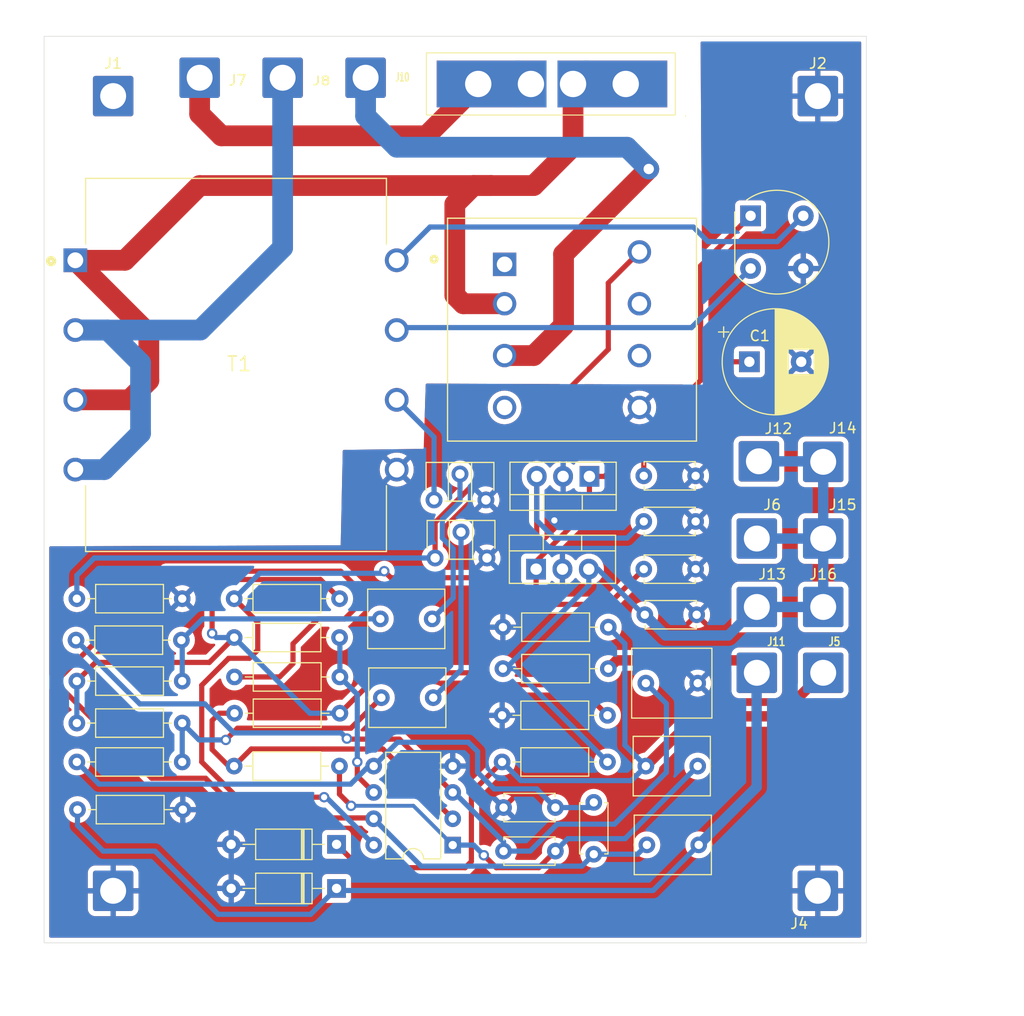
<source format=kicad_pcb>
(kicad_pcb (version 20240108) (generator "pcbnew") (generator_version "8.0")
  (layers (0 "F.Cu" signal) (31 "B.Cu" signal) (34 "B.Paste" user) (35 "F.Paste" user) (36 "B.SilkS" user "B.Silkscreen") (37 "F.SilkS" user "F.Silkscreen") (38 "B.Mask" user) (39 "F.Mask" user) (44 "Edge.Cuts" user))
  (net 0 "")
  (net 1 "Net-(C8-Pad2)")
  (net 2 "Net-(C8-Pad1)")
  (net 3 "Net-(C9-Pad1)")
  (net 4 "Net-(C9-Pad2)")
  (net 5 "Neutral")
  (net 6 "GND")
  (net 7 "Net-(U4B--)")
  (net 8 "Net-(U4A-+)")
  (net 9 "Net-(C12-Pad2)")
  (net 10 "Net-(C13-Pad2)")
  (net 11 "Net-(D2-K)")
  (net 12 "Net-(D3-K)")
  (net 13 "Net-(D1-Pad2)")
  (net 14 "Net-(D1-Pad4)")
  (net 15 "VCC")
  (net 16 "Net-(R1-Pad2)")
  (net 17 "Net-(U4B-+)")
  (net 18 "Net-(U4A--)")
  (net 19 "Net-(F1-Pad2)")
  (net 20 "Net-(R15-Pad2)")
  (net 21 "Net-(RV1-Pad1)")
  (net 22 "5v")
  (net 23 "Net-(J7-Pin_1)")
  (net 24 "Net-(J10-Pin_1)")
  (net 25 "Net-(D1-+)")
  (footprint "Resistor_THT:R_Axial_DIN0207_L6.3mm_D2.5mm_P10.16mm_Horizontal" (layer "F.Cu") (at 128.52 111.8 180)
    (property "Reference" "R10" (hide yes))
    (property "Value" "10 K" (hide yes))
    (pad "1" thru_hole circle (at 0 0 180) (size 1.6 1.6) (drill 0.8) (layers "*.Cu" "*.Mask") (net 7 "Net-(U4B--)"))
    (pad "2" thru_hole oval (at 10.16 0 180) (size 1.6 1.6) (drill 0.8) (layers "*.Cu" "*.Mask") (net 10 "Net-(C13-Pad2)"))
  )
  (footprint "Connector_Wire:SolderWire-2sqmm_1x01_D2mm_OD3.9mm" (layer "F.Cu") (at 174.603 132.431)
    (property "Reference" "J4" (at -1.803 3.169 0) (layer "F.SilkS"))
    (property "Value" "Hole")
    (pad "1" thru_hole roundrect (at 0 0) (size 3.9 3.9) (drill 2.5) (layers "*.Cu" "*.Mask") (roundrect_rratio 0.064103) (net 6 "GND"))
  )
  (footprint "Potentiometer_THT:Potentiometer_ACP_CA6-H2,5_Horizontal" (layer "F.Cu") (at 137.6 94.725 90)
    (property "Reference" "RV1" (hide yes))
    (property "Value" "R_Potentiometer" (hide yes))
    (pad "1" thru_hole circle (at 0 0 90) (size 1.62 1.62) (drill 0.9) (layers "*.Cu" "*.Mask") (net 21 "Net-(RV1-Pad1)"))
    (pad "2" thru_hole circle (at 2.5 2.5 90) (size 1.62 1.62) (drill 0.9) (layers "*.Cu" "*.Mask") (net 2 "Net-(C8-Pad1)"))
    (pad "3" thru_hole circle (at 0 5 90) (size 1.62 1.62) (drill 0.9) (layers "*.Cu" "*.Mask") (net 6 "GND"))
  )
  (footprint "Connector_Wire:SolderWire-2sqmm_1x01_D2mm_OD3.9mm" (layer "F.Cu") (at 175.12 91.05)
    (property "Reference" "J14" (at 1.88 -3.25 0) (layer "F.SilkS"))
    (property "Value" "Wire")
    (pad "1" thru_hole roundrect (at 0 0) (size 3.9 3.9) (drill 2.5) (layers "*.Cu" "*.Mask") (roundrect_rratio 0.064103) (net 22 "5v"))
  )
  (footprint "Resistor_THT:R_Axial_DIN0207_L6.3mm_D2.5mm_P10.16mm_Horizontal" (layer "F.Cu") (at 103.16 112.2)
    (property "Reference" "R2" (hide yes))
    (property "Value" "51.1k" (hide yes))
    (pad "1" thru_hole circle (at 0 0) (size 1.6 1.6) (drill 0.8) (layers "*.Cu" "*.Mask") (net 16 "Net-(R1-Pad2)"))
    (pad "2" thru_hole oval (at 10.16 0) (size 1.6 1.6) (drill 0.8) (layers "*.Cu" "*.Mask") (net 1 "Net-(C8-Pad2)"))
  )
  (footprint "Connector_Wire:SolderWire-2sqmm_1x01_D2mm_OD3.9mm" (layer "F.Cu") (at 115 54)
    (property "Reference" "J7" (at 3.65 0.25 0) (layer "F.SilkS"))
    (property "Value" "Wire")
    (pad "1" thru_hole roundrect (at 0 0) (size 3.9 3.9) (drill 2.5) (layers "*.Cu" "*.Mask") (roundrect_rratio 0.064103) (net 23 "Net-(J7-Pin_1)"))
  )
  (footprint "Connector_Wire:SolderWire-2sqmm_1x01_D2mm_OD3.9mm" (layer "F.Cu") (at 168.72 98.45)
    (property "Reference" "J6" (at 1.48 -3.25 0) (layer "F.SilkS"))
    (property "Value" "Wire")
    (pad "1" thru_hole roundrect (at 0 0) (size 3.9 3.9) (drill 2.5) (layers "*.Cu" "*.Mask") (roundrect_rratio 0.064103) (net 22 "5v"))
  )
  (footprint "Capacitor_THT:C_Disc_D4.7mm_W2.5mm_P5.00mm" (layer "F.Cu") (at 157.82 101.4)
    (property "Reference" "C4" (hide yes))
    (property "Value" "1 uF" (hide yes))
    (pad "1" thru_hole circle (at 0 0) (size 1.6 1.6) (drill 0.8) (layers "*.Cu" "*.Mask") (net 25 "Net-(D1-+)"))
    (pad "2" thru_hole circle (at 5 0) (size 1.6 1.6) (drill 0.8) (layers "*.Cu" "*.Mask") (net 6 "GND"))
  )
  (footprint "Resistor_THT:R_Axial_DIN0207_L6.3mm_D2.5mm_P10.16mm_Horizontal" (layer "F.Cu") (at 128.52 115.3 180)
    (property "Reference" "R7" (hide yes))
    (property "Value" "10 K" (hide yes))
    (pad "1" thru_hole circle (at 0 0 180) (size 1.6 1.6) (drill 0.8) (layers "*.Cu" "*.Mask") (net 16 "Net-(R1-Pad2)"))
    (pad "2" thru_hole oval (at 10.16 0 180) (size 1.6 1.6) (drill 0.8) (layers "*.Cu" "*.Mask") (net 18 "Net-(U4A--)"))
  )
  (footprint "Capacitor_THT:C_Disc_D4.7mm_W2.5mm_P5.00mm" (layer "F.Cu") (at 144.3 128.6)
    (property "Reference" "C12" (hide yes))
    (property "Value" "10 nF" (hide yes))
    (pad "1" thru_hole circle (at 0 0) (size 1.6 1.6) (drill 0.8) (layers "*.Cu" "*.Mask") (net 8 "Net-(U4A-+)"))
    (pad "2" thru_hole circle (at 5 0) (size 1.6 1.6) (drill 0.8) (layers "*.Cu" "*.Mask") (net 9 "Net-(C12-Pad2)"))
  )
  (footprint "Package_DIP:DIP-8_W7.62mm" (layer "F.Cu") (at 139.4 128.02 180)
    (property "Reference" "U4" (hide yes))
    (property "Value" "LM358")
    (pad "1" thru_hole rect (at 0 0 180) (size 1.6 1.6) (drill 0.8) (layers "*.Cu" "*.Mask") (net 9 "Net-(C12-Pad2)"))
    (pad "2" thru_hole oval (at 0 2.54 180) (size 1.6 1.6) (drill 0.8) (layers "*.Cu" "*.Mask") (net 18 "Net-(U4A--)"))
    (pad "3" thru_hole oval (at 0 5.08 180) (size 1.6 1.6) (drill 0.8) (layers "*.Cu" "*.Mask") (net 8 "Net-(U4A-+)"))
    (pad "4" thru_hole oval (at 0 7.62 180) (size 1.6 1.6) (drill 0.8) (layers "*.Cu" "*.Mask") (net 6 "GND"))
    (pad "5" thru_hole oval (at 7.62 7.62 180) (size 1.6 1.6) (drill 0.8) (layers "*.Cu" "*.Mask") (net 17 "Net-(U4B-+)"))
    (pad "6" thru_hole oval (at 7.62 5.08 180) (size 1.6 1.6) (drill 0.8) (layers "*.Cu" "*.Mask") (net 7 "Net-(U4B--)"))
    (pad "7" thru_hole oval (at 7.62 2.54 180) (size 1.6 1.6) (drill 0.8) (layers "*.Cu" "*.Mask") (net 10 "Net-(C13-Pad2)"))
    (pad "8" thru_hole oval (at 7.62 0 180) (size 1.6 1.6) (drill 0.8) (layers "*.Cu" "*.Mask") (net 15 "VCC"))
  )
  (footprint "Capacitor_THT:C_Rect_L7.2mm_W5.5mm_P5.00mm_FKS2_FKP2_MKS2_MKP2" (layer "F.Cu") (at 137.42 106.2 180)
    (property "Reference" "C8" (hide yes))
    (property "Value" "1.5 uF" (hide yes))
    (pad "1" thru_hole circle (at 0 0 180) (size 1.6 1.6) (drill 0.8) (layers "*.Cu" "*.Mask") (net 2 "Net-(C8-Pad1)"))
    (pad "2" thru_hole circle (at 5 0 180) (size 1.6 1.6) (drill 0.8) (layers "*.Cu" "*.Mask") (net 1 "Net-(C8-Pad2)"))
  )
  (footprint "Custom Transformers:XFMR_FS20-055-C2" (layer "F.Cu") (at 118.506 81.7035)
    (property "Reference" "T1" (at 0.306 -0.1035 0) (layer "F.SilkS") (effects (font (size 1.4 1.4))))
    (property "Value" "FS20-055-C2" (hide yes))
    (pad "1" thru_hole rect (at -15.494 -10.0965) (size 2.286 2.286) (drill 1.524) (layers "*.Cu" "*.Mask") (net 19 "Net-(F1-Pad2)"))
    (pad "2" thru_hole circle (at -15.494 -3.3655) (size 2.286 2.286) (drill 1.524) (layers "*.Cu" "*.Mask") (net 5 "Neutral"))
    (pad "3" thru_hole circle (at -15.494 3.3655) (size 2.286 2.286) (drill 1.524) (layers "*.Cu" "*.Mask") (net 19 "Net-(F1-Pad2)"))
    (pad "4" thru_hole circle (at -15.494 10.0965) (size 2.286 2.286) (drill 1.524) (layers "*.Cu" "*.Mask") (net 5 "Neutral"))
    (pad "5" thru_hole circle (at 15.494 -10.0965) (size 2.286 2.286) (drill 1.524) (layers "*.Cu" "*.Mask") (net 14 "Net-(D1-Pad4)"))
    (pad "6" thru_hole circle (at 15.494 -3.3655) (size 2.286 2.286) (drill 1.524) (layers "*.Cu" "*.Mask") (net 13 "Net-(D1-Pad2)"))
    (pad "7" thru_hole circle (at 15.494 3.3655) (size 2.286 2.286) (drill 1.524) (layers "*.Cu" "*.Mask") (net 21 "Net-(RV1-Pad1)"))
    (pad "8" thru_hole circle (at 15.494 10.0965) (size 2.286 2.286) (drill 1.524) (layers "*.Cu" "*.Mask") (net 6 "GND"))
  )
  (footprint "Potentiometer_THT:Potentiometer_ACP_CA6-H2,5_Horizontal" (layer "F.Cu") (at 137.7 100.325 90)
    (property "Reference" "RV2" (hide yes))
    (property "Value" "R_Potentiometer" (hide yes))
    (pad "1" thru_hole circle (at 0 0 90) (size 1.62 1.62) (drill 0.9) (layers "*.Cu" "*.Mask") (net 20 "Net-(R15-Pad2)"))
    (pad "2" thru_hole circle (at 2.5 2.5 90) (size 1.62 1.62) (drill 0.9) (layers "*.Cu" "*.Mask") (net 3 "Net-(C9-Pad1)"))
    (pad "3" thru_hole circle (at 0 5 90) (size 1.62 1.62) (drill 0.9) (layers "*.Cu" "*.Mask") (net 6 "GND"))
  )
  (footprint "Custom Transformers:XFMR_CSE185L" (layer "F.Cu") (at 150.9 78.3)
    (property "Reference" "T2" (hide yes))
    (property "Value" "CSE185L" (hide yes))
    (pad "1" thru_hole rect (at -6.5 -6.3) (size 2.25 2.25) (drill 1.5) (layers "*.Cu" "*.Mask"))
    (pad "2" thru_hole circle (at -6.5 -2.5) (size 2.25 2.25) (drill 1.5) (layers "*.Cu" "*.Mask") (net 19 "Net-(F1-Pad2)"))
    (pad "3" thru_hole circle (at -6.5 2.5) (size 2.25 2.25) (drill 1.5) (layers "*.Cu" "*.Mask") (net 24 "Net-(J10-Pin_1)"))
    (pad "4" thru_hole circle (at -6.5 7.5) (size 2.25 2.25) (drill 1.5) (layers "*.Cu" "*.Mask"))
    (pad "5" thru_hole circle (at 6.5 7.5) (size 2.25 2.25) (drill 1.5) (layers "*.Cu" "*.Mask") (net 6 "GND"))
    (pad "6" thru_hole circle (at 6.5 2.5) (size 2.25 2.25) (drill 1.5) (layers "*.Cu" "*.Mask"))
    (pad "7" thru_hole circle (at 6.5 -2.5) (size 2.25 2.25) (drill 1.5) (layers "*.Cu" "*.Mask"))
    (pad "8" thru_hole circle (at 6.5 -7.5) (size 2.25 2.25) (drill 1.5) (layers "*.Cu" "*.Mask") (net 20 "Net-(R15-Pad2)"))
  )
  (footprint "Resistor_THT:R_Axial_DIN0207_L6.3mm_D2.5mm_P10.16mm_Horizontal" (layer "F.Cu") (at 128.49 108 180)
    (property "Reference" "R6" (hide yes))
    (property "Value" "10 K" (hide yes))
    (pad "1" thru_hole circle (at 0 0 180) (size 1.6 1.6) (drill 0.8) (layers "*.Cu" "*.Mask") (net 7 "Net-(U4B--)"))
    (pad "2" thru_hole oval (at 10.16 0 180) (size 1.6 1.6) (drill 0.8) (layers "*.Cu" "*.Mask") (net 16 "Net-(R1-Pad2)"))
  )
  (footprint "Connector_Wire:SolderWire-2sqmm_1x01_D2mm_OD3.9mm" (layer "F.Cu") (at 106.659 55.768)
    (property "Reference" "J1" (at 0 -3.15 0) (layer "F.SilkS"))
    (property "Value" "Hole")
    (pad "1" thru_hole roundrect (at 0 0) (size 3.9 3.9) (drill 2.5) (layers "*.Cu" "*.Mask") (roundrect_rratio 0.064103) (net 6 "GND"))
  )
  (footprint "Connector_Wire:SolderWire-2sqmm_1x01_D2mm_OD3.9mm" (layer "F.Cu") (at 174.603 55.768)
    (property "Reference" "J2" (at 0 -3.15 0) (layer "F.SilkS"))
    (property "Value" "Hole")
    (pad "1" thru_hole roundrect (at 0 0) (size 3.9 3.9) (drill 2.5) (layers "*.Cu" "*.Mask") (roundrect_rratio 0.064103) (net 6 "GND"))
  )
  (footprint "Capacitor_THT:C_Disc_D4.7mm_W2.5mm_P5.00mm" (layer "F.Cu") (at 157.92 105.8)
    (property "Reference" "C5" (hide yes))
    (property "Value" "1 uF" (hide yes))
    (pad "1" thru_hole circle (at 0 0) (size 1.6 1.6) (drill 0.8) (layers "*.Cu" "*.Mask") (net 22 "5v"))
    (pad "2" thru_hole circle (at 5 0) (size 1.6 1.6) (drill 0.8) (layers "*.Cu" "*.Mask") (net 6 "GND"))
  )
  (footprint "Resistor_THT:R_Axial_DIN0207_L6.3mm_D2.5mm_P10.16mm_Horizontal" (layer "F.Cu") (at 154.32 120 180)
    (property "Reference" "R11" (hide yes))
    (property "Value" "10 K" (hide yes))
    (pad "1" thru_hole circle (at 0 0 180) (size 1.6 1.6) (drill 0.8) (layers "*.Cu" "*.Mask") (net 22 "5v"))
    (pad "2" thru_hole oval (at 10.16 0 180) (size 1.6 1.6) (drill 0.8) (layers "*.Cu" "*.Mask") (net 11 "Net-(D2-K)"))
  )
  (footprint "Fuse:Fuseholder_Keystone_3555-2" (layer "F.Cu") (at 134.36 54.2)
    (property "Reference" "F1" (hide yes))
    (property "Value" "Fuse" (hide yes))
    (pad "1" thru_hole custom (at 7.5 0.4 90) (size 4.5 8) (drill 2.54) (layers "*.Cu" "*.Mask") (net 23 "Net-(J7-Pin_1)") (clearance 1) (options (clearance outline) (anchor rect)) (primitives))
    (pad "1" thru_hole custom (at 12.58 0.4) (size 3 4.5) (drill 2.54) (layers "*.Cu" "*.Mask") (net 23 "Net-(J7-Pin_1)") (clearance 0.1) (options (clearance outline) (anchor rect)) (primitives))
    (pad "2" thru_hole custom (at 16.64 0.4) (size 3 4.5) (drill 2.54) (layers "*.Cu" "*.Mask") (net 19 "Net-(F1-Pad2)") (clearance 0.1) (options (clearance outline) (anchor rect)) (primitives))
    (pad "2" thru_hole custom (at 21.72 0.4) (size 8 4.5) (drill 2.54) (layers "*.Cu" "*.Mask") (net 19 "Net-(F1-Pad2)") (clearance 0.1) (options (clearance outline) (anchor rect)) (primitives))
  )
  (footprint "Capacitor_THT:C_Rect_L7.2mm_W5.5mm_P5.00mm_FKS2_FKP2_MKS2_MKP2" (layer "F.Cu") (at 163.02 120.4 180)
    (property "Reference" "C14" (hide yes))
    (property "Value" "1.5 uF" (hide yes))
    (pad "1" thru_hole circle (at 0 0 180) (size 1.6 1.6) (drill 0.8) (layers "*.Cu" "*.Mask") (net 9 "Net-(C12-Pad2)"))
    (pad "2" thru_hole circle (at 5 0 180) (size 1.6 1.6) (drill 0.8) (layers "*.Cu" "*.Mask") (net 11 "Net-(D2-K)"))
  )
  (footprint "Diode_THT:D_A-405_P10.16mm_Horizontal" (layer "F.Cu") (at 128.2 127.95 180)
    (property "Reference" "D2" (hide yes))
    (property "Value" "D_Zener" (hide yes))
    (pad "1" thru_hole rect (at 0 0 180) (size 1.8 1.8) (drill 0.9) (layers "*.Cu" "*.Mask") (net 11 "Net-(D2-K)"))
    (pad "2" thru_hole oval (at 10.16 0 180) (size 1.8 1.8) (drill 0.9) (layers "*.Cu" "*.Mask") (net 6 "GND"))
  )
  (footprint "Resistor_THT:R_Axial_DIN0207_L6.3mm_D2.5mm_P10.16mm_Horizontal" (layer "F.Cu") (at 144.24 111)
    (property "Reference" "R13" (hide yes))
    (property "Value" "10 K" (hide yes))
    (pad "1" thru_hole circle (at 0 0) (size 1.6 1.6) (drill 0.8) (layers "*.Cu" "*.Mask") (net 22 "5v"))
    (pad "2" thru_hole oval (at 10.16 0) (size 1.6 1.6) (drill 0.8) (layers "*.Cu" "*.Mask") (net 12 "Net-(D3-K)"))
  )
  (footprint "Connector_Wire:SolderWire-2sqmm_1x01_D2mm_OD3.9mm" (layer "F.Cu") (at 106.659 132.431)
    (property "Reference" "J3" (hide yes))
    (property "Value" "Hole")
    (pad "1" thru_hole roundrect (at 0 0) (size 3.9 3.9) (drill 2.5) (layers "*.Cu" "*.Mask") (roundrect_rratio 0.064103) (net 6 "GND"))
  )
  (footprint "Capacitor_THT:C_Disc_D4.7mm_W2.5mm_P5.00mm" (layer "F.Cu") (at 157.82 96.8)
    (property "Reference" "C3" (hide yes))
    (property "Value" "1 uF" (hide yes))
    (pad "1" thru_hole circle (at 0 0) (size 1.6 1.6) (drill 0.8) (layers "*.Cu" "*.Mask") (net 15 "VCC"))
    (pad "2" thru_hole circle (at 5 0) (size 1.6 1.6) (drill 0.8) (layers "*.Cu" "*.Mask") (net 6 "GND"))
  )
  (footprint "Capacitor_THT:C_Disc_D4.7mm_W2.5mm_P5.00mm" (layer "F.Cu") (at 153 123.9 -90)
    (property "Reference" "C13" (hide yes))
    (property "Value" "10 nF" (hide yes))
    (pad "1" thru_hole circle (at 0 0 270) (size 1.6 1.6) (drill 0.8) (layers "*.Cu" "*.Mask") (net 17 "Net-(U4B-+)"))
    (pad "2" thru_hole circle (at 5 0 270) (size 1.6 1.6) (drill 0.8) (layers "*.Cu" "*.Mask") (net 10 "Net-(C13-Pad2)"))
  )
  (footprint "Resistor_THT:R_Axial_DIN0207_L6.3mm_D2.5mm_P10.16mm_Horizontal" (layer "F.Cu") (at 154.4 107 180)
    (property "Reference" "R12" (hide yes))
    (property "Value" "10 K" (hide yes))
    (pad "1" thru_hole circle (at 0 0 180) (size 1.6 1.6) (drill 0.8) (layers "*.Cu" "*.Mask") (net 11 "Net-(D2-K)"))
    (pad "2" thru_hole oval (at 10.16 0 180) (size 1.6 1.6) (drill 0.8) (layers "*.Cu" "*.Mask") (net 6 "GND"))
  )
  (footprint "Capacitor_THT:C_Rect_L7.2mm_W5.5mm_P5.00mm_FKS2_FKP2_MKS2_MKP2" (layer "F.Cu") (at 137.52 113.8 180)
    (property "Reference" "C9" (hide yes))
    (property "Value" "1.5 uF" (hide yes))
    (pad "1" thru_hole circle (at 0 0 180) (size 1.6 1.6) (drill 0.8) (layers "*.Cu" "*.Mask") (net 3 "Net-(C9-Pad1)"))
    (pad "2" thru_hole circle (at 5 0 180) (size 1.6 1.6) (drill 0.8) (layers "*.Cu" "*.Mask") (net 4 "Net-(C9-Pad2)"))
  )
  (footprint "Connector_Wire:SolderWire-2sqmm_1x01_D2mm_OD3.9mm" (layer "F.Cu") (at 175.12 105.05)
    (property "Reference" "J16" (at 0 -3.15 0) (layer "F.SilkS"))
    (property "Value" "Wire")
    (pad "1" thru_hole roundrect (at 0 0) (size 3.9 3.9) (drill 2.5) (layers "*.Cu" "*.Mask") (roundrect_rratio 0.064103) (net 22 "5v"))
  )
  (footprint "Diode_THT:Diode_Bridge_Round_D9.8mm" (layer "F.Cu") (at 168.12 67.32)
    (property "Reference" "D1" (hide yes))
    (property "Value" "W04G")
    (pad "1" thru_hole rect (at 0 0) (size 2 2) (drill 1) (layers "*.Cu" "*.Mask") (net 25 "Net-(D1-+)"))
    (pad "2" thru_hole oval (at 0 5.08) (size 2 2) (drill 1) (layers "*.Cu" "*.Mask") (net 13 "Net-(D1-Pad2)"))
    (pad "3" thru_hole oval (at 5.08 5.08) (size 2 2) (drill 1) (layers "*.Cu" "*.Mask") (net 6 "GND"))
    (pad "4" thru_hole oval (at 5.08 0) (size 2 2) (drill 1) (layers "*.Cu" "*.Mask") (net 14 "Net-(D1-Pad4)"))
  )
  (footprint "Connector_Wire:SolderWire-2sqmm_1x01_D2mm_OD3.9mm" (layer "F.Cu") (at 168.72 105.05)
    (property "Reference" "J13" (at 1.48 -3.15 0) (layer "F.SilkS"))
    (property "Value" "Wire")
    (pad "1" thru_hole roundrect (at 0 0) (size 3.9 3.9) (drill 2.5) (layers "*.Cu" "*.Mask") (roundrect_rratio 0.064103) (net 22 "5v"))
  )
  (footprint "Diode_THT:D_A-405_P10.16mm_Horizontal" (layer "F.Cu") (at 128.2 132.2 180)
    (property "Reference" "D3" (hide yes))
    (property "Value" "D_Zener" (hide yes))
    (pad "1" thru_hole rect (at 0 0 180) (size 1.8 1.8) (drill 0.9) (layers "*.Cu" "*.Mask") (net 12 "Net-(D3-K)"))
    (pad "2" thru_hole oval (at 10.16 0 180) (size 1.8 1.8) (drill 0.9) (layers "*.Cu" "*.Mask") (net 6 "GND"))
  )
  (footprint "Capacitor_THT:C_Disc_D4.7mm_W2.5mm_P5.00mm" (layer "F.Cu") (at 144.3 124.4)
    (property "Reference" "C10" (hide yes))
    (property "Value" "22 nF" (hide yes))
    (pad "1" thru_hole circle (at 0 0) (size 1.6 1.6) (drill 0.8) (layers "*.Cu" "*.Mask") (net 6 "GND"))
    (pad "2" thru_hole circle (at 5 0) (size 1.6 1.6) (drill 0.8) (layers "*.Cu" "*.Mask") (net 17 "Net-(U4B-+)"))
  )
  (footprint "Connector_Wire:SolderWire-2sqmm_1x01_D2mm_OD3.9mm" (layer "F.Cu") (at 168.92 91)
    (property "Reference" "J12" (at 1.88 -3.15 0) (layer "F.SilkS"))
    (property "Value" "Wire")
    (pad "1" thru_hole roundrect (at 0 0) (size 3.9 3.9) (drill 2.5) (layers "*.Cu" "*.Mask") (roundrect_rratio 0.064103) (net 22 "5v"))
  )
  (footprint "Package_TO_SOT_THT:TO-220-3_Vertical" (layer "F.Cu") (at 147.44 101.4)
    (property "Reference" "U2" (hide yes))
    (property "Value" "5 V Regulator")
    (pad "1" thru_hole rect (at 0 0) (size 1.905 2) (drill 1.1) (layers "*.Cu" "*.Mask") (net 25 "Net-(D1-+)"))
    (pad "2" thru_hole oval (at 2.54 0) (size 1.905 2) (drill 1.1) (layers "*.Cu" "*.Mask") (net 6 "GND"))
    (pad "3" thru_hole oval (at 5.08 0) (size 1.905 2) (drill 1.1) (layers "*.Cu" "*.Mask") (net 22 "5v"))
  )
  (footprint "Resistor_THT:R_Axial_DIN0207_L6.3mm_D2.5mm_P10.16mm_Horizontal" (layer "F.Cu") (at 103.22 124.6)
    (property "Reference" "R14" (hide yes))
    (property "Value" "10 K" (hide yes))
    (pad "1" thru_hole circle (at 0 0) (size 1.6 1.6) (drill 0.8) (layers "*.Cu" "*.Mask") (net 12 "Net-(D3-K)"))
    (pad "2" thru_hole oval (at 10.16 0) (size 1.6 1.6) (drill 0.8) (layers "*.Cu" "*.Mask") (net 6 "GND"))
  )
  (footprint "Connector_Wire:SolderWire-2sqmm_1x01_D2mm_OD3.9mm" (layer "F.Cu") (at 175.12 98.45)
    (property "Reference" "J15" (at 1.88 -3.25 0) (layer "F.SilkS"))
    (property "Value" "Wire")
    (pad "1" thru_hole roundrect (at 0 0) (size 3.9 3.9) (drill 2.5) (layers "*.Cu" "*.Mask") (roundrect_rratio 0.064103) (net 22 "5v"))
  )
  (footprint "Connector_Wire:SolderWire-2sqmm_1x01_D2mm_OD3.9mm" (layer "F.Cu") (at 168.72 111.4)
    (property "Reference" "J11" (at 1.88 -3 0) (layer "F.SilkS") (effects (font (size 0.8 0.65))))
    (property "Value" "Wire")
    (pad "1" thru_hole roundrect (at 0 0) (size 3.9 3.9) (drill 2.5) (layers "*.Cu" "*.Mask") (roundrect_rratio 0.064103) (net 12 "Net-(D3-K)"))
  )
  (footprint "Capacitor_THT:C_Rect_L7.2mm_W5.5mm_P5.00mm_FKS2_FKP2_MKS2_MKP2" (layer "F.Cu") (at 158.12 128)
    (property "Reference" "C15" (hide yes))
    (property "Value" "1.5 uF" (hide yes))
    (pad "1" thru_hole circle (at 0 0) (size 1.6 1.6) (drill 0.8) (layers "*.Cu" "*.Mask") (net 10 "Net-(C13-Pad2)"))
    (pad "2" thru_hole circle (at 5 0) (size 1.6 1.6) (drill 0.8) (layers "*.Cu" "*.Mask") (net 12 "Net-(D3-K)"))
  )
  (footprint "Resistor_THT:R_Axial_DIN0207_L6.3mm_D2.5mm_P10.16mm_Horizontal" (layer "F.Cu") (at 113.32 120 180)
    (property "Reference" "R5" (hide yes))
    (property "Value" "20 K" (hide yes))
    (pad "1" thru_hole circle (at 0 0 180) (size 1.6 1.6) (drill 0.8) (layers "*.Cu" "*.Mask") (net 4 "Net-(C9-Pad2)"))
    (pad "2" thru_hole oval (at 10.16 0 180) (size 1.6 1.6) (drill 0.8) (layers "*.Cu" "*.Mask") (net 17 "Net-(U4B-+)"))
  )
  (footprint "Resistor_THT:R_Axial_DIN0207_L6.3mm_D2.5mm_P10.16mm_Horizontal" (layer "F.Cu") (at 113.24 108.25 180)
    (property "Reference" "R4" (hide yes))
    (property "Value" "20 K" (hide yes))
    (pad "1" thru_hole circle (at 0 0 180) (size 1.6 1.6) (drill 0.8) (layers "*.Cu" "*.Mask") (net 1 "Net-(C8-Pad2)"))
    (pad "2" thru_hole oval (at 10.16 0 180) (size 1.6 1.6) (drill 0.8) (layers "*.Cu" "*.Mask") (net 8 "Net-(U4A-+)"))
  )
  (footprint "Capacitor_THT:C_Disc_D4.7mm_W2.5mm_P5.00mm" (layer "F.Cu") (at 157.82 92.4)
    (property "Reference" "C2" (hide yes))
    (property "Value" "1 uF" (hide yes))
    (pad "1" thru_hole circle (at 0 0) (size 1.6 1.6) (drill 0.8) (layers "*.Cu" "*.Mask") (net 25 "Net-(D1-+)"))
    (pad "2" thru_hole circle (at 5 0) (size 1.6 1.6) (drill 0.8) (layers "*.Cu" "*.Mask") (net 6 "GND"))
  )
  (footprint "Resistor_THT:R_Axial_DIN0207_L6.3mm_D2.5mm_P10.16mm_Horizontal" (layer "F.Cu") (at 154.32 115.5 180)
    (property "Reference" "R8" (hide yes))
    (property "Value" "1 K" (hide yes))
    (pad "1" thru_hole circle (at 0 0 180) (size 1.6 1.6) (drill 0.8) (layers "*.Cu" "*.Mask") (net 16 "Net-(R1-Pad2)"))
    (pad "2" thru_hole oval (at 10.16 0 180) (size 1.6 1.6) (drill 0.8) (layers "*.Cu" "*.Mask") (net 6 "GND"))
  )
  (footprint "Capacitor_THT:C_Rect_L7.5mm_W6.5mm_P5.00mm" (layer "F.Cu") (at 158.02 112.4)
    (property "Reference" "C11" (hide yes))
    (property "Value" "20 nF" (hide yes))
    (pad "1" thru_hole circle (at 0 0) (size 1.6 1.6) (drill 0.8) (layers "*.Cu" "*.Mask") (net 8 "Net-(U4A-+)"))
    (pad "2" thru_hole circle (at 5 0) (size 1.6 1.6) (drill 0.8) (layers "*.Cu" "*.Mask") (net 6 "GND"))
  )
  (footprint "Resistor_THT:R_Axial_DIN0207_L6.3mm_D2.5mm_P10.16mm_Horizontal" (layer "F.Cu") (at 118.32 120.4)
    (property "Reference" "R9" (hide yes))
    (property "Value" "10 K" (hide yes))
    (pad "1" thru_hole circle (at 0 0) (size 1.6 1.6) (drill 0.8) (layers "*.Cu" "*.Mask") (net 18 "Net-(U4A--)"))
    (pad "2" thru_hole oval (at 10.16 0) (size 1.6 1.6) (drill 0.8) (layers "*.Cu" "*.Mask") (net 9 "Net-(C12-Pad2)"))
  )
  (footprint "Capacitor_THT:CP_Radial_D10.0mm_P5.00mm" (layer "F.Cu") (at 168 81.4)
    (property "Reference" "C1" (at 1 -2.5 0) (layer "F.SilkS"))
    (property "Value" "100 uF" (hide yes))
    (pad "1" thru_hole rect (at 0 0) (size 2 2) (drill 1) (layers "*.Cu" "*.Mask") (net 25 "Net-(D1-+)"))
    (pad "2" thru_hole circle (at 5 0) (size 2 2) (drill 1) (layers "*.Cu" "*.Mask") (net 6 "GND"))
  )
  (footprint "Package_TO_SOT_THT:TO-220-3_Vertical" (layer "F.Cu") (at 152.58 92.455 180)
    (property "Reference" "U1" (hide yes))
    (property "Value" "12 V Regulator")
    (pad "1" thru_hole rect (at 0 0 180) (size 1.905 2) (drill 1.1) (layers "*.Cu" "*.Mask") (net 25 "Net-(D1-+)"))
    (pad "2" thru_hole oval (at 2.54 0 180) (size 1.905 2) (drill 1.1) (layers "*.Cu" "*.Mask") (net 6 "GND"))
    (pad "3" thru_hole oval (at 5.08 0 180) (size 1.905 2) (drill 1.1) (layers "*.Cu" "*.Mask") (net 15 "VCC"))
  )
  (footprint "Connector_Wire:SolderWire-2sqmm_1x01_D2mm_OD3.9mm" (layer "F.Cu") (at 131 54)
    (property "Reference" "J10" (at 3.55 -0.05 0) (layer "F.SilkS") (effects (font (size 0.8 0.5) (thickness 0.125))))
    (property "Value" "Wire")
    (pad "1" thru_hole roundrect (at 0 0) (size 3.9 3.9) (drill 2.5) (layers "*.Cu" "*.Mask") (roundrect_rratio 0.064103) (net 24 "Net-(J10-Pin_1)"))
  )
  (footprint "Connector_Wire:SolderWire-2sqmm_1x01_D2mm_OD3.9mm" (layer "F.Cu") (at 123 54)
    (property "Reference" "J8" (at 3.75 0.3 0) (layer "F.SilkS") (effects (font (size 0.8 1))))
    (property "Value" "Wire")
    (pad "1" thru_hole roundrect (at 0 0) (size 3.9 3.9) (drill 2.5) (layers "*.Cu" "*.Mask") (roundrect_rratio 0.064103) (net 5 "Neutral"))
  )
  (footprint "Connector_Wire:SolderWire-2sqmm_1x01_D2mm_OD3.9mm" (layer "F.Cu") (at 175.12 111.4)
    (property "Reference" "J5" (at 1.08 -3 0) (layer "F.SilkS") (effects (font (size 0.8 0.65))))
    (property "Value" "Wire")
    (pad "1" thru_hole roundrect (at 0 0) (size 3.9 3.9) (drill 2.5) (layers "*.Cu" "*.Mask") (roundrect_rratio 0.064103) (net 11 "Net-(D2-K)"))
  )
  (footprint "Resistor_THT:R_Axial_DIN0207_L6.3mm_D2.5mm_P10.16mm_Horizontal" (layer "F.Cu") (at 103.16 116.25)
    (property "Reference" "R3" (hide yes))
    (property "Value" "51.1 K" (hide yes))
    (pad "1" thru_hole circle (at 0 0) (size 1.6 1.6) (drill 0.8) (layers "*.Cu" "*.Mask") (net 16 "Net-(R1-Pad2)"))
    (pad "2" thru_hole oval (at 10.16 0) (size 1.6 1.6) (drill 0.8) (layers "*.Cu" "*.Mask") (net 4 "Net-(C9-Pad2)"))
  )
  (footprint "Resistor_THT:R_Axial_DIN0207_L6.3mm_D2.5mm_P10.16mm_Horizontal" (layer "F.Cu") (at 113.32 104.25 180)
    (property "Reference" "R15" (hide yes))
    (property "Value" "30" (hide yes))
    (pad "1" thru_hole circle (at 0 0 180) (size 1.6 1.6) (drill 0.8) (layers "*.Cu" "*.Mask") (net 6 "GND"))
    (pad "2" thru_hole oval (at 10.16 0 180) (size 1.6 1.6) (drill 0.8) (layers "*.Cu" "*.Mask") (net 20 "Net-(R15-Pad2)"))
  )
  (footprint "Resistor_THT:R_Axial_DIN0207_L6.3mm_D2.5mm_P10.16mm_Horizontal" (layer "F.Cu") (at 118.33 104.25)
    (property "Reference" "R1" (hide yes))
    (property "Value" "3 K" (hide yes))
    (pad "1" thru_hole circle (at 0 0) (size 1.6 1.6) (drill 0.8) (layers "*.Cu" "*.Mask") (net 15 "VCC"))
    (pad "2" thru_hole oval (at 10.16 0) (size 1.6 1.6) (drill 0.8) (layers "*.Cu" "*.Mask") (net 16 "Net-(R1-Pad2)"))
  )
  (gr_rect (start 100 50) (end 179.28 137.4522) (stroke (width 0.05)) (fill none) (layer "Edge.Cuts"))
  (segment (start 113.32 108.33) (end 113.24 108.25) (width 0.5) (layer "B.Cu") (net 1))
  (segment (start 115.29 106.2) (end 132.42 106.2) (width 0.5) (layer "B.Cu") (net 1))
  (segment (start 113.24 108.25) (end 115.29 106.2) (width 0.5) (layer "B.Cu") (net 1))
  (segment (start 113.32 112.2) (end 113.32 108.33) (width 0.5) (layer "B.Cu") (net 1))
  (segment (start 140.1 94.9) (end 140.1 92.225) (width 0.5) (layer "B.Cu") (net 2))
  (segment (start 137.42 106.2) (end 139.446 104.174) (width 0.5) (layer "B.Cu") (net 2))
  (segment (start 139.446 99.446) (end 138.4 98.4) (width 0.5) (layer "B.Cu") (net 2))
  (segment (start 139.446 104.174) (end 139.446 99.446) (width 0.5) (layer "B.Cu") (net 2))
  (segment (start 138.4 96.6) (end 140.1 94.9) (width 0.5) (layer "B.Cu") (net 2))
  (segment (start 138.4 98.4) (end 138.4 96.6) (width 0.5) (layer "B.Cu") (net 2))
  (segment (start 140.2 97.825) (end 140.2 111.12) (width 0.5) (layer "B.Cu") (net 3))
  (segment (start 140.2 111.12) (end 137.52 113.8) (width 0.5) (layer "B.Cu") (net 3))
  (segment (start 129.578 116.742) (end 132.52 113.8) (width 0.5) (layer "F.Cu") (net 4))
  (segment (start 117.521321 117.873533) (end 118.652854 116.742) (width 0.5) (layer "F.Cu") (net 4))
  (segment (start 118.652854 116.742) (end 129.578 116.742) (width 0.5) (layer "F.Cu") (net 4))
  (via (at 117.521321 117.873533) (size 1) (drill 0.6) (layers "F.Cu" "B.Cu") (net 4))
  (segment (start 117.521321 117.873533) (end 114.943533 117.873533) (width 0.5) (layer "B.Cu") (net 4))
  (segment (start 114.943533 117.873533) (end 113.32 116.25) (width 0.5) (layer "B.Cu") (net 4))
  (segment (start 113.32 116.25) (end 113.32 120) (width 0.5) (layer "B.Cu") (net 4))
  (segment (start 109.3 88.3) (end 109.3 81.504263) (width 2) (layer "B.Cu") (net 5))
  (segment (start 103.012 91.8) (end 105.8 91.8) (width 2) (layer "B.Cu") (net 5))
  (segment (start 105.8 91.8) (end 109.3 88.3) (width 2) (layer "B.Cu") (net 5))
  (segment (start 123 70.4) (end 123 54) (width 2) (layer "B.Cu") (net 5))
  (segment (start 115.062 78.338) (end 123 70.4) (width 2) (layer "B.Cu") (net 5))
  (segment (start 109.3 81.504263) (end 106.133737 78.338) (width 2) (layer "B.Cu") (net 5))
  (segment (start 103.012 78.338) (end 115.062 78.338) (width 2) (layer "B.Cu") (net 5))
  (segment (start 106.133737 78.338) (end 103.012 78.338) (width 2) (layer "B.Cu") (net 5))
  (via (at 149.2 96.7) (size 1) (drill 0.6) (layers "F.Cu" "B.Cu") (net 6))
  (segment (start 130.2 120) (end 130.2 121.36) (width 0.5) (layer "F.Cu") (net 7))
  (segment (start 130.2 121.36) (end 131.78 122.94) (width 0.5) (layer "F.Cu") (net 7))
  (via (at 130.2 120) (size 1) (drill 0.6) (layers "F.Cu" "B.Cu") (net 7))
  (segment (start 128.52 108.03) (end 128.49 108) (width 0.5) (layer "B.Cu") (net 7))
  (segment (start 131.78 122.94) (end 131.86 122.94) (width 0.5) (layer "B.Cu") (net 7))
  (segment (start 128.52 111.8) (end 128.52 108.03) (width 0.5) (layer "B.Cu") (net 7))
  (segment (start 128.52 111.8) (end 130.2 113.48) (width 0.5) (layer "B.Cu") (net 7))
  (segment (start 130.2 113.48) (end 130.2 120) (width 0.5) (layer "B.Cu") (net 7))
  (segment (start 129.25 117.8) (end 134.26 117.8) (width 0.5) (layer "F.Cu") (net 8))
  (segment (start 134.26 117.8) (end 139.4 122.94) (width 0.5) (layer "F.Cu") (net 8))
  (segment (start 129.196 117.746) (end 129.25 117.8) (width 0.5) (layer "F.Cu") (net 8))
  (via (at 129.196 117.746) (size 1) (drill 0.6) (layers "F.Cu" "B.Cu") (net 8))
  (segment (start 146.867767 128.6) (end 149.467767 126) (width 0.5) (layer "B.Cu") (net 8))
  (segment (start 160 114.38) (end 158.02 112.4) (width 0.5) (layer "B.Cu") (net 8))
  (segment (start 155 126) (end 160 121) (width 0.5) (layer "B.Cu") (net 8))
  (segment (start 144.3 128.6) (end 144.3 127.7) (width 0.5) (layer "B.Cu") (net 8))
  (segment (start 129.196 117.746) (end 128.65 117.2) (width 0.5) (layer "B.Cu") (net 8))
  (segment (start 139.54 122.94) (end 139.4 122.94) (width 0.5) (layer "B.Cu") (net 8))
  (segment (start 128.65 117.2) (end 118.3 117.2) (width 0.5) (layer "B.Cu") (net 8))
  (segment (start 109.23 114.4) (end 103.08 108.25) (width 0.5) (layer "B.Cu") (net 8))
  (segment (start 149.467767 126) (end 155 126) (width 0.5) (layer "B.Cu") (net 8))
  (segment (start 118.3 117.2) (end 115.5 114.4) (width 0.5) (layer "B.Cu") (net 8))
  (segment (start 115.5 114.4) (end 109.23 114.4) (width 0.5) (layer "B.Cu") (net 8))
  (segment (start 160 121) (end 160 114.38) (width 0.5) (layer "B.Cu") (net 8))
  (segment (start 144.3 127.7) (end 139.54 122.94) (width 0.5) (layer "B.Cu") (net 8))
  (segment (start 144.3 128.6) (end 146.867767 128.6) (width 0.5) (layer "B.Cu") (net 8))
  (segment (start 143.6 130.2) (end 147.7 130.2) (width 0.5) (layer "F.Cu") (net 9))
  (segment (start 128.48 123.11) (end 128.48 120.4) (width 0.5) (layer "F.Cu") (net 9))
  (segment (start 142.4 129) (end 143.6 130.2) (width 0.5) (layer "F.Cu") (net 9))
  (segment (start 129.6 124.23) (end 128.48 123.11) (width 0.5) (layer "F.Cu") (net 9))
  (segment (start 147.7 130.2) (end 149.3 128.6) (width 0.5) (layer "F.Cu") (net 9))
  (via (at 142.4 129) (size 1) (drill 0.6) (layers "F.Cu" "B.Cu") (net 9))
  (via (at 129.6 124.23) (size 1) (drill 0.6) (layers "F.Cu" "B.Cu") (net 9))
  (segment (start 150.5 127.4) (end 156.02 127.4) (width 0.5) (layer "B.Cu") (net 9))
  (segment (start 139.4 128.02) (end 141.42 128.02) (width 0.5) (layer "B.Cu") (net 9))
  (segment (start 156.02 127.4) (end 163.02 120.4) (width 0.5) (layer "B.Cu") (net 9))
  (segment (start 129.6 124.23) (end 135.61 124.23) (width 0.375) (layer "B.Cu") (net 9))
  (segment (start 141.42 128.02) (end 142.4 129) (width 0.5) (layer "B.Cu") (net 9))
  (segment (start 135.61 124.23) (end 139.4 128.02) (width 0.375) (layer "B.Cu") (net 9))
  (segment (start 149.3 128.6) (end 150.5 127.4) (width 0.5) (layer "B.Cu") (net 9))
  (segment (start 126.4 106.2) (end 128.983832 106.2) (width 0.5) (layer "F.Cu") (net 10))
  (segment (start 119.4 125.4) (end 131.7 125.4) (width 0.5) (layer "F.Cu") (net 10))
  (segment (start 130.4 103.4) (end 128.6 101.6) (width 0.5) (layer "F.Cu") (net 10))
  (segment (start 115.571683 121.571683) (end 119.4 125.4) (width 0.5) (layer "F.Cu") (net 10))
  (segment (start 110.371683 121.571683) (end 115.571683 121.571683) (width 0.5) (layer "F.Cu") (net 10))
  (segment (start 130.4 104.783832) (end 130.4 103.4) (width 0.5) (layer "F.Cu") (net 10))
  (segment (start 128.6 101.6) (end 111.8 101.6) (width 0.5) (layer "F.Cu") (net 10))
  (segment (start 118.36 111.8) (end 122.707767 111.8) (width 0.5) (layer "F.Cu") (net 10))
  (segment (start 128.983832 106.2) (end 130.4 104.783832) (width 0.5) (layer "F.Cu") (net 10))
  (segment (start 101.4 112.6) (end 110.371683 121.571683) (width 0.5) (layer "F.Cu") (net 10))
  (segment (start 111.8 101.6) (end 101.4 112) (width 0.5) (layer "F.Cu") (net 10))
  (segment (start 122.707767 111.8) (end 124 110.507767) (width 0.5) (layer "F.Cu") (net 10))
  (segment (start 131.7 125.4) (end 131.78 125.48) (width 0.5) (layer "F.Cu") (net 10))
  (segment (start 101.4 112) (end 101.4 112.6) (width 0.5) (layer "F.Cu") (net 10))
  (segment (start 124 108.6) (end 126.4 106.2) (width 0.5) (layer "F.Cu") (net 10))
  (segment (start 124 110.507767) (end 124 108.6) (width 0.5) (layer "F.Cu") (net 10))
  (segment (start 153 128.9) (end 157.22 128.9) (width 0.5) (layer "B.Cu") (net 10))
  (segment (start 157.22 128.9) (end 158.12 128) (width 0.5) (layer "B.Cu") (net 10))
  (segment (start 151.85 130.05) (end 153 128.9) (width 0.5) (layer "B.Cu") (net 10))
  (segment (start 131.78 125.48) (end 136.35 130.05) (width 0.5) (layer "B.Cu") (net 10))
  (segment (start 136.35 130.05) (end 151.85 130.05) (width 0.5) (layer "B.Cu") (net 10))
  (segment (start 141.2 122.96) (end 141.2 129.6) (width 0.5) (layer "F.Cu") (net 11))
  (segment (start 128.2 127.95) (end 130.45 130.2) (width 0.5) (layer "F.Cu") (net 11))
  (segment (start 141.2 129.6) (end 140.6 130.2) (width 0.5) (layer "F.Cu") (net 11))
  (segment (start 175.12 111.4) (end 170.92 115.6) (width 1) (layer "F.Cu") (net 11))
  (segment (start 170.92 115.6) (end 162.82 115.6) (width 1) (layer "F.Cu") (net 11))
  (segment (start 140.6 130.2) (end 130.45 130.2) (width 0.5) (layer "F.Cu") (net 11))
  (segment (start 162.82 115.6) (end 158.02 120.4) (width 1) (layer "F.Cu") (net 11))
  (segment (start 144.16 120) (end 141.2 122.96) (width 0.5) (layer "F.Cu") (net 11))
  (segment (start 154.4 107) (end 156 108.6) (width 0.5) (layer "B.Cu") (net 11))
  (segment (start 156.62 121.8) (end 158.02 120.4) (width 0.5) (layer "B.Cu") (net 11))
  (segment (start 145.96 121.8) (end 156.62 121.8) (width 0.5) (layer "B.Cu") (net 11))
  (segment (start 156 108.6) (end 156 118.38) (width 0.5) (layer "B.Cu") (net 11))
  (segment (start 144.16 120) (end 145.96 121.8) (width 0.5) (layer "B.Cu") (net 11))
  (segment (start 156 118.38) (end 158.02 120.4) (width 0.5) (layer "B.Cu") (net 11))
  (segment (start 167.52 110.2) (end 168.72 111.4) (width 1) (layer "F.Cu") (net 12))
  (segment (start 155.2 110.2) (end 167.52 110.2) (width 1) (layer "F.Cu") (net 12))
  (segment (start 154.4 111) (end 155.2 110.2) (width 1) (layer "F.Cu") (net 12))
  (segment (start 168.7 111.42) (end 168.7 122.42) (width 1) (layer "B.Cu") (net 12))
  (segment (start 105.7 128.6) (end 110.7 128.6) (width 0.5) (layer "B.Cu") (net 12))
  (segment (start 158.72 132.4) (end 128.43 132.4) (width 0.5) (layer "B.Cu") (net 12))
  (segment (start 163.12 128) (end 158.72 132.4) (width 0.5) (layer "B.Cu") (net 12))
  (segment (start 103.22 124.6) (end 103.22 126.12) (width 0.5) (layer "B.Cu") (net 12))
  (segment (start 128.4 132.2) (end 128.2 132.4) (width 0.5) (layer "B.Cu") (net 12))
  (segment (start 103.22 126.12) (end 105.7 128.6) (width 0.5) (layer "B.Cu") (net 12))
  (segment (start 125.7 134.7) (end 128.2 132.2) (width 0.5) (layer "B.Cu") (net 12))
  (segment (start 168.72 111.4) (end 168.7 111.42) (width 1) (layer "B.Cu") (net 12))
  (segment (start 168.7 122.42) (end 163.12 128) (width 1) (layer "B.Cu") (net 12))
  (segment (start 116.8 134.7) (end 125.7 134.7) (width 0.5) (layer "B.Cu") (net 12))
  (segment (start 110.7 128.6) (end 116.8 134.7) (width 0.5) (layer "B.Cu") (net 12))
  (segment (start 134 78.338) (end 134.238 78.1) (width 0.5) (layer "B.Cu") (net 13))
  (segment (start 162.42 78.1) (end 168.12 72.4) (width 0.5) (layer "B.Cu") (net 13))
  (segment (start 134.238 78.1) (end 162.42 78.1) (width 0.5) (layer "B.Cu") (net 13))
  (segment (start 170.7 69.8) (end 173.18 67.32) (width 0.5) (layer "B.Cu") (net 14))
  (segment (start 137.207 68.4) (end 162.6 68.4) (width 0.5) (layer "B.Cu") (net 14))
  (segment (start 162.6 68.4) (end 164 69.8) (width 0.5) (layer "B.Cu") (net 14))
  (segment (start 173.18 67.32) (end 173.2 67.32) (width 0.5) (layer "B.Cu") (net 14))
  (segment (start 134 71.607) (end 137.207 68.4) (width 0.5) (layer "B.Cu") (net 14))
  (segment (start 164 69.8) (end 170.7 69.8) (width 0.5) (layer "B.Cu") (net 14))
  (segment (start 132.8 101.6) (end 133.427941 102.227941) (width 0.5) (layer "F.Cu") (net 15))
  (segment (start 127 123.4) (end 118.6 123.4) (width 0.5) (layer "F.Cu") (net 15))
  (segment (start 147.5 98.3) (end 147.5 92.455) (width 0.5) (layer "F.Cu") (net 15))
  (segment (start 118.6 123.4) (end 115.2 120) (width 0.5) (layer "F.Cu") (net 15))
  (segment (start 120.6 109.2) (end 120.6 106.52) (width 0.5) (layer "F.Cu") (net 15))
  (segment (start 115.2 112.6) (end 117.8 110) (width 0.5) (layer "F.Cu") (net 15))
  (segment (start 119.8 110) (end 120.6 109.2) (width 0.5) (layer "F.Cu") (net 15))
  (segment (start 117.8 110) (end 119.8 110) (width 0.5) (layer "F.Cu") (net 15))
  (segment (start 120.6 106.52) (end 118.33 104.25) (width 0.5) (layer "F.Cu") (net 15))
  (segment (start 133.427941 102.227941) (end 143.572059 102.227941) (width 0.5) (layer "F.Cu") (net 15))
  (segment (start 143.572059 102.227941) (end 147.5 98.3) (width 0.5) (layer "F.Cu") (net 15))
  (segment (start 115.2 120) (end 115.2 112.6) (width 0.5) (layer "F.Cu") (net 15))
  (via (at 132.8 101.6) (size 1) (drill 0.6) (layers "F.Cu" "B.Cu") (net 15))
  (via (at 127 123.4) (size 1) (drill 0.6) (layers "F.Cu" "B.Cu") (net 15))
  (segment (start 118.33 104.25) (end 120.78 101.8) (width 0.5) (layer "B.Cu") (net 15))
  (segment (start 156.22 98.4) (end 149.2 98.4) (width 0.5) (layer "B.Cu") (net 15))
  (segment (start 131.78 127.98) (end 131.78 128.02) (width 0.5) (layer "B.Cu") (net 15))
  (segment (start 132.6 101.8) (end 132.8 101.6) (width 0.5) (layer "B.Cu") (net 15))
  (segment (start 149.2 98.4) (end 147.5 96.7) (width 0.5) (layer "B.Cu") (net 15))
  (segment (start 127 123.4) (end 127.2 123.4) (width 0.5) (layer "B.Cu") (net 15))
  (segment (start 120.78 101.8) (end 132.6 101.8) (width 0.5) (layer "B.Cu") (net 15))
  (segment (start 147.5 96.7) (end 147.5 92.455) (width 0.5) (layer "B.Cu") (net 15))
  (segment (start 127.2 123.4) (end 131.78 127.98) (width 0.5) (layer "B.Cu") (net 15))
  (segment (start 157.82 96.8) (end 156.22 98.4) (width 0.5) (layer "B.Cu") (net 15))
  (segment (start 131.27 112.55) (end 131.27 112.53) (width 0.5) (layer "F.Cu") (net 16))
  (segment (start 132.4 111.4) (end 141.8 111.4) (width 0.5) (layer "F.Cu") (net 16))
  (segment (start 115.93 110.4) (end 118.33 108) (width 0.5) (layer "F.Cu") (net 16))
  (segment (start 142.95 112.55) (end 151.37 112.55) (width 0.5) (layer "F.Cu") (net 16))
  (segment (start 126.64 102.4) (end 128.49 104.25) (width 0.5) (layer "F.Cu") (net 16))
  (segment (start 116.2 103.4) (end 117.2 102.4) (width 0.5) (layer "F.Cu") (net 16))
  (segment (start 131.27 112.53) (end 132.4 111.4) (width 0.5) (layer "F.Cu") (net 16))
  (segment (start 104.96 110.4) (end 115.93 110.4) (width 0.5) (layer "F.Cu") (net 16))
  (segment (start 141.8 111.4) (end 142.95 112.55) (width 0.5) (layer "F.Cu") (net 16))
  (segment (start 103.16 112.2) (end 104.96 110.4) (width 0.5) (layer "F.Cu") (net 16))
  (segment (start 128.52 115.3) (end 131.27 112.55) (width 0.5) (layer "F.Cu") (net 16))
  (segment (start 116.2 107.6) (end 116.2 103.4) (width 0.5) (layer "F.Cu") (net 16))
  (segment (start 151.37 112.55) (end 154.32 115.5) (width 0.5) (layer "F.Cu") (net 16))
  (segment (start 117.2 102.4) (end 126.64 102.4) (width 0.5) (layer "F.Cu") (net 16))
  (via (at 116.2 107.6) (size 1) (drill 0.6) (layers "F.Cu" "B.Cu") (net 16))
  (segment (start 103.16 116.25) (end 103.16 112.2) (width 0.5) (layer "B.Cu") (net 16))
  (segment (start 125.63 115.3) (end 118.33 108) (width 0.5) (layer "B.Cu") (net 16))
  (segment (start 116.6 108) (end 116.2 107.6) (width 0.5) (layer "B.Cu") (net 16))
  (segment (start 118.33 108) (end 116.6 108) (width 0.5) (layer "B.Cu") (net 16))
  (segment (start 128.52 115.3) (end 125.63 115.3) (width 0.5) (layer "B.Cu") (net 16))
  (segment (start 105.300001 122.140001) (end 129.559999 122.140001) (width 0.5) (layer "B.Cu") (net 17))
  (segment (start 103.16 120) (end 105.300001 122.140001) (width 0.5) (layer "B.Cu") (net 17))
  (segment (start 152.5 124.4) (end 153 123.9) (width 0.5) (layer "B.Cu") (net 17))
  (segment (start 140.9 118.1) (end 141.8 119) (width 0.5) (layer "B.Cu") (net 17))
  (segment (start 131.3 120.4) (end 131.78 120.4) (width 0.5) (layer "B.Cu") (net 17))
  (segment (start 149.3 124.4) (end 152.5 124.4) (width 0.5) (layer "B.Cu") (net 17))
  (segment (start 129.559999 122.140001) (end 131.3 120.4) (width 0.5) (layer "B.Cu") (net 17))
  (segment (start 134.08 118.1) (end 140.9 118.1) (width 0.5) (layer "B.Cu") (net 17))
  (segment (start 141.8 119) (end 141.8 121) (width 0.5) (layer "B.Cu") (net 17))
  (segment (start 143.4 122.6) (end 147.5 122.6) (width 0.5) (layer "B.Cu") (net 17))
  (segment (start 147.5 122.6) (end 149.3 124.4) (width 0.5) (layer "B.Cu") (net 17))
  (segment (start 141.8 121) (end 143.4 122.6) (width 0.5) (layer "B.Cu") (net 17))
  (segment (start 131.78 120.4) (end 134.08 118.1) (width 0.5) (layer "B.Cu") (net 17))
  (segment (start 117.8 120.4) (end 118.32 120.4) (width 0.5) (layer "F.Cu") (net 18))
  (segment (start 119.97 118.75) (end 132.67 118.75) (width 0.5) (layer "F.Cu") (net 18))
  (segment (start 118.36 115.3) (end 116.9 115.3) (width 0.5) (layer "F.Cu") (net 18))
  (segment (start 116.2 116) (end 116.2 118.8) (width 0.5) (layer "F.Cu") (net 18))
  (segment (start 116.9 115.3) (end 116.2 116) (width 0.5) (layer "F.Cu") (net 18))
  (segment (start 116.2 118.8) (end 117.8 120.4) (width 0.5) (layer "F.Cu") (net 18))
  (segment (start 118.32 120.4) (end 119.97 118.75) (width 0.5) (layer "F.Cu") (net 18))
  (segment (start 132.67 118.75) (end 139.4 125.48) (width 0.5) (layer "F.Cu") (net 18))
  (segment (start 139.6 74.982248) (end 139.6 66.2) (width 2) (layer "F.Cu") (net 19))
  (segment (start 115 64.4) (end 107.793 71.607) (width 2) (layer "F.Cu") (net 19))
  (segment (start 147.2 64.4) (end 151 60.6) (width 2) (layer "F.Cu") (net 19))
  (segment (start 108.231 85.069) (end 110.1 83.2) (width 2) (layer "F.Cu") (net 19))
  (segment (start 139.6 66.2) (end 141.4 64.4) (width 2) (layer "F.Cu") (net 19))
  (segment (start 103.012 85.069) (end 108.231 85.069) (width 2) (layer "F.Cu") (net 19))
  (segment (start 144.4 75.8) (end 140.417752 75.8) (width 2) (layer "F.Cu") (net 19))
  (segment (start 110.1 83.2) (end 110.1 78.695) (width 2) (layer "F.Cu") (net 19))
  (segment (start 140.417752 75.8) (end 139.6 74.982248) (width 2) (layer "F.Cu") (net 19))
  (segment (start 143.1 64.4) (end 115 64.4) (width 2) (layer "F.Cu") (net 19))
  (segment (start 107.793 71.607) (end 103.012 71.607) (width 2) (layer "F.Cu") (net 19))
  (segment (start 141.4 64.4) (end 143.1 64.4) (width 2) (layer "F.Cu") (net 19))
  (segment (start 147.2 64.4) (end 143.1 64.4) (width 2) (layer "F.Cu") (net 19))
  (segment (start 110.1 78.695) (end 103.012 71.607) (width 2) (layer "F.Cu") (net 19))
  (segment (start 151 60.6) (end 151 54.6) (width 2) (layer "F.Cu") (net 19))
  (segment (start 137.7 100.325) (end 137.7 96.9) (width 0.5) (layer "F.Cu") (net 20))
  (segment (start 154.4 73.8) (end 157.4 70.8) (width 0.5) (layer "F.Cu") (net 20))
  (segment (start 154.4 80.2) (end 154.4 73.8) (width 0.5) (layer "F.Cu") (net 20))
  (segment (start 137.7 96.9) (end 154.4 80.2) (width 0.5) (layer "F.Cu") (net 20))
  (segment (start 137.7 100.325) (end 104.838604 100.325) (width 0.5) (layer "B.Cu") (net 20))
  (segment (start 103.16 102.003604) (end 103.16 104.25) (width 0.5) (layer "B.Cu") (net 20))
  (segment (start 104.838604 100.325) (end 103.16 102.003604) (width 0.5) (layer "B.Cu") (net 20))
  (segment (start 137.6 88.669) (end 134 85.069) (width 0.5) (layer "B.Cu") (net 21))
  (segment (start 137.6 94.725) (end 137.6 88.669) (width 0.5) (layer "B.Cu") (net 21))
  (segment (start 153.4 101.4) (end 152.52 101.4) (width 0.5) (layer "B.Cu") (net 22))
  (segment (start 175.12 98.45) (end 175.12 105.05) (width 1) (layer "B.Cu") (net 22))
  (segment (start 157.92 105.8) (end 157.8 105.8) (width 0.5) (layer "B.Cu") (net 22))
  (segment (start 168.92 91) (end 175.07 91) (width 1) (layer "B.Cu") (net 22))
  (segment (start 157.92 105.8) (end 159.92 107.8) (width 1) (layer "B.Cu") (net 22))
  (segment (start 167.92 90) (end 168.92 91) (width 1) (layer "B.Cu") (net 22))
  (segment (start 152.52 102.98) (end 152.52 101.4) (width 0.5) (layer "B.Cu") (net 22))
  (segment (start 145.32 111) (end 144.24 111) (width 0.5) (layer "B.Cu") (net 22))
  (segment (start 175.12 105.05) (end 168.72 105.05) (width 1) (layer "B.Cu") (net 22))
  (segment (start 175.07 91) (end 175.12 91.05) (width 0.5) (layer "B.Cu") (net 22))
  (segment (start 144.5 111) (end 152.52 102.98) (width 0.5) (layer "B.Cu") (net 22))
  (segment (start 154.32 120) (end 145.32 111) (width 0.5) (layer "B.Cu") (net 22))
  (segment (start 157.8 105.8) (end 153.4 101.4) (width 0.5) (layer "B.Cu") (net 22))
  (segment (start 144.24 111) (end 144.5 111) (width 0.5) (layer "B.Cu") (net 22))
  (segment (start 165.97 107.8) (end 159.92 107.8) (width 1) (layer "B.Cu") (net 22))
  (segment (start 175.12 91.05) (end 175.12 98.45) (width 1) (layer "B.Cu") (net 22))
  (segment (start 168.72 105.05) (end 165.97 107.8) (width 1) (layer "B.Cu") (net 22))
  (segment (start 168.72 98.45) (end 175.12 98.45) (width 1) (layer "B.Cu") (net 22))
  (segment (start 115 54) (end 115 57.5) (width 2) (layer "F.Cu") (net 23))
  (segment (start 115 57.5) (end 117.1 59.6) (width 2) (layer "F.Cu") (net 23))
  (segment (start 117.1 59.6) (end 136.86 59.6) (width 2) (layer "F.Cu") (net 23))
  (segment (start 136.86 59.6) (end 141.86 54.6) (width 2) (layer "F.Cu") (net 23))
  (segment (start 158.3 62.8) (end 150.085415 71.014585) (width 2) (layer "F.Cu") (net 24))
  (segment (start 150.085415 77.914585) (end 147.2 80.8) (width 2) (layer "F.Cu") (net 24))
  (segment (start 147.2 80.8) (end 144.4 80.8) (width 2) (layer "F.Cu") (net 24))
  (segment (start 150.085415 71.014585) (end 150.085415 77.914585) (width 2) (layer "F.Cu") (net 24))
  (via (at 158.3 62.8) (size 2) (drill 1) (layers "F.Cu" "B.Cu") (net 24))
  (segment (start 131 57.7) (end 131 54) (width 2) (layer "B.Cu") (net 24))
  (segment (start 156.2 60.7) (end 134 60.7) (width 2) (layer "B.Cu") (net 24))
  (segment (start 134 60.7) (end 131 57.7) (width 2) (layer "B.Cu") (net 24))
  (segment (start 158.3 62.8) (end 156.2 60.7) (width 2) (layer "B.Cu") (net 24))
  (segment (start 152.58 95.52) (end 152.58 92.455) (width 0.5) (layer "F.Cu") (net 25))
  (segment (start 163.3 72.14) (end 168.12 67.32) (width 0.5) (layer "F.Cu") (net 25))
  (segment (start 163.3 83.1) (end 165 81.4) (width 0.5) (layer "F.Cu") (net 25))
  (segment (start 147.44 101.4) (end 147.44 100.66) (width 0.5) (layer "F.Cu") (net 25))
  (segment (start 147.44 103.64) (end 147.44 101.4) (width 0.5) (layer "F.Cu") (net 25))
  (segment (start 163.3 83.1) (end 163.3 72.14) (width 0.5) (layer "F.Cu") (net 25))
  (segment (start 154.0325 92.455) (end 158.49375 87.99375) (width 0.5) (layer "F.Cu") (net 25))
  (segment (start 157.82 101.4) (end 154.42 104.8) (width 0.5) (layer "F.Cu") (net 25))
  (segment (start 157.82 92.4) (end 157.82 88.6675) (width 0.5) (layer "F.Cu") (net 25))
  (segment (start 163.3 83.1875) (end 163.3 83.1) (width 0.5) (layer "F.Cu") (net 25))
  (segment (start 148.6 104.8) (end 147.44 103.64) (width 0.5) (layer "F.Cu") (net 25))
  (segment (start 152.58 92.455) (end 154.0325 92.455) (width 0.5) (layer "F.Cu") (net 25))
  (segment (start 165 81.4) (end 168 81.4) (width 0.5) (layer "F.Cu") (net 25))
  (segment (start 154.42 104.8) (end 148.6 104.8) (width 0.5) (layer "F.Cu") (net 25))
  (segment (start 147.44 100.66) (end 152.58 95.52) (width 0.5) (layer "F.Cu") (net 25))
  (segment (start 157.82 88.6675) (end 158.49375 87.99375) (width 0.5) (layer "F.Cu") (net 25))
  (segment (start 158.49375 87.99375) (end 163.3 83.1875) (width 0.5) (layer "F.Cu") (net 25))
  (segment (start 157.82 92.4) (end 157.42 92) (width 0.5) (layer "F.Cu") (net 25))
  (segment (start 157.765 92.455) (end 157.82 92.4) (width 0.5) (layer "B.Cu") (net 25))
  (segment (start 157.92 101.5) (end 157.82 101.4) (width 0.5) (layer "B.Cu") (net 25))
  (zone (net 6) (net_name "GND") (layers "F&B.Cu") (connect_pads (clearance 0.5)) (min_thickness 0.25) (fill yes (thermal_gap 0.5) (thermal_bridge_width 0.5))
    (polygon (pts (xy 194.25 46.5) (xy 194.5 144.5) (xy 95.75 143.5) (xy 95.75 46.5)))
  )
  (zone (net 0) (net_name "") (layers "F&B.Cu") (connect_pads (clearance 0)) (min_thickness 0.25)
    (keepout (tracks not_allowed) (vias not_allowed) (pads not_allowed) (copperpour not_allowed) (footprints allowed))
    (fill (thermal_gap 0.5) (thermal_bridge_width 0.5))
    (polygon (pts (xy 100.4 50.4) (xy 163.3 50.5) (xy 163.5 83.6) (xy 136.8 83.5) (xy 136.6 89.8) (xy 128.8 89.9) (xy 128.6 99.1) (xy 100 99.2) (xy 100.5 50.1)))
  )
)
</source>
